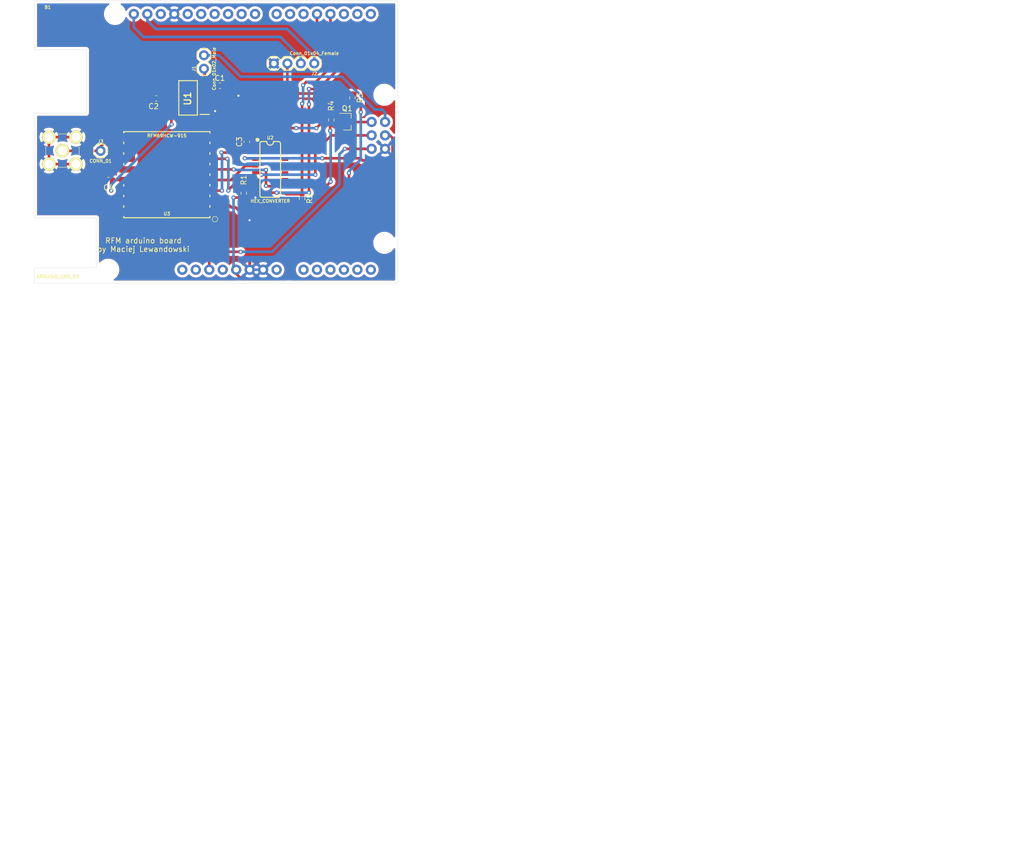
<source format=kicad_pcb>
(kicad_pcb (version 20171130) (host pcbnew "(5.1.9)-1")
  (layers (0 F.Cu signal) (31 B.Cu signal) (34 B.Paste user) (35 F.Paste user) (36 B.SilkS user) (37 F.SilkS user) (38 B.Mask user) (39 F.Mask user) (44 Edge.Cuts user))
  (net 0 "")
  (net 1 "Net-(B1-Pad3.3V)")
  (net 2 5V)
  (net 3 "Net-(B1-PadA0)")
  (net 4 "Net-(B1-PadA1)")
  (net 5 "Net-(B1-PadA2)")
  (net 6 "Net-(B1-PadA3)")
  (net 7 "Net-(B1-PadA4)")
  (net 8 "Net-(B1-PadA5)")
  (net 9 "Net-(B1-PadAREF)")
  (net 10 "Net-(B1-PadD0)")
  (net 11 "Net-(B1-PadD1)")
  (net 12 "Net-(B1-PadD2)")
  (net 13 "Net-(B1-PadD5)")
  (net 14 "Net-(B1-PadD6)")
  (net 15 "Net-(B1-PadD7)")
  (net 16 "Net-(B1-PadD8)")
  (net 17 "Net-(B1-PadD9)")
  (net 18 "Net-(B1-PadD10)")
  (net 19 "Net-(B1-PadD11)")
  (net 20 "Net-(B1-PadD12)")
  (net 21 "Net-(B1-PadD13)")
  (net 22 "Net-(B1-PadIORE)")
  (net 23 "Net-(B1-PadRESE)")
  (net 24 "Net-(B1-PadVIN)")
  (net 25 /RST_5V)
  (net 26 /CS_5V)
  (net 27 Earth)
  (net 28 /MISO_5V)
  (net 29 /MOSI_5V)
  (net 30 /SCK_5V)
  (net 31 /SCL)
  (net 32 /SDA)
  (net 33 VCC)
  (net 34 "Net-(C1-Pad1)")
  (net 35 +3V3)
  (net 36 /ANT)
  (net 37 /MISO_3V3)
  (net 38 /MOSI_3V3)
  (net 39 /SCK_3V3)
  (net 40 /RST_3V3)
  (net 41 /CS_3V3)
  (net 42 "Net-(U2-Pad11)")
  (net 43 "Net-(U2-Pad12)")
  (net 44 "Net-(U2-Pad14)")
  (net 45 "Net-(U2-Pad15)")
  (net 46 "Net-(U3-Pad7)")
  (net 47 "Net-(U3-Pad11)")
  (net 48 "Net-(U3-Pad12)")
  (net 49 "Net-(U3-Pad14)")
  (net 50 "Net-(U3-Pad15)")
  (net 51 "Net-(U3-Pad16)")
  (module "" (layer F.Cu) (at 181.5 70.5)
    (fp_text reference "" (at 124.46 107.95) (layer F.SilkS) (effects (font (size 1.27 1.27))))
    (fp_text value "" (at 124.46 107.95) (layer F.SilkS) (effects (font (size 1.27 1.27))))
  )
  (module "" (layer F.Cu) (at 155 92)
    (fp_text reference "" (at 124.46 107.95) (layer F.SilkS) (effects (font (size 1.27 1.27))))
    (fp_text value "" (at 124.46 107.95) (layer F.SilkS) (effects (font (size 1.27 1.27))))
  )
  (module "" (layer F.Cu) (at 124.46 109.22)
    (fp_text reference "" (at 124.46 107.95) (layer F.SilkS) (effects (font (size 1.27 1.27))))
    (fp_text value "" (at 124.46 107.95) (layer F.SilkS) (effects (font (size 1.27 1.27))))
  )
  (module "" (layer F.Cu) (at 124.46 107.95)
    (fp_text reference "" (at 152.4 83.82) (layer F.SilkS) (effects (font (size 1.27 1.27))))
    (fp_text value "" (at 152.4 83.82) (layer F.SilkS) (effects (font (size 1.27 1.27))))
  )
  (module Capacitor_SMD:C_0603_1608Metric (layer F.Cu) (at 154.5 73.2)
    (fp_text reference C1 (at 0 -1.43) (layer F.SilkS))
    (fp_text value 0.33uF)
    (fp_line (start -0.14058 -0.51) (end 0.14058 -0.51) (layer F.SilkS) (width 0.12))
    (fp_line (start -0.14058 0.51) (end 0.14058 0.51) (layer F.SilkS) (width 0.12))
    (pad 1 smd roundrect (at -0.775 0) (size 0.9 0.95) (layers F.Cu F.Paste F.Mask) (net 34 "Net-(C1-Pad1)"))
    (pad 2 smd roundrect (at 0.775 0) (size 0.9 0.95) (layers F.Cu F.Paste F.Mask) (net 27 Earth))
  )
  (module Capacitor_SMD:C_0603_1608Metric (layer F.Cu) (at 142.5 75.6 180)
    (fp_text reference C2 (at 0.5 -1.5) (layer F.SilkS))
    (fp_text value 0.1uF)
    (fp_line (start -0.14058 0.51) (end 0.14058 0.51) (layer F.SilkS) (width 0.12))
    (fp_line (start -0.14058 -0.51) (end 0.14058 -0.51) (layer F.SilkS) (width 0.12))
    (pad 2 smd roundrect (at 0.775 0 180) (size 0.9 0.95) (layers F.Cu F.Paste F.Mask) (net 27 Earth))
    (pad 1 smd roundrect (at -0.775 0 180) (size 0.9 0.95) (layers F.Cu F.Paste F.Mask) (net 35 +3V3))
  )
  (module Capacitor_SMD:C_0603_1608Metric (layer F.Cu) (at 159.6 83.8 90)
    (fp_text reference C3 (at 0 -1.43 90) (layer F.SilkS))
    (fp_text value 0.1uF)
    (fp_line (start -0.14058 0.51) (end 0.14058 0.51) (layer F.SilkS) (width 0.12))
    (fp_line (start -0.14058 -0.51) (end 0.14058 -0.51) (layer F.SilkS) (width 0.12))
    (pad 2 smd roundrect (at 0.775 0 90) (size 0.9 0.95) (layers F.Cu F.Paste F.Mask) (net 27 Earth))
    (pad 1 smd roundrect (at -0.775 0 90) (size 0.9 0.95) (layers F.Cu F.Paste F.Mask) (net 35 +3V3))
  )
  (module Capacitor_SMD:C_0603_1608Metric (layer F.Cu) (at 133.5 91 180)
    (fp_text reference C4 (at 0 -1.43) (layer F.SilkS))
    (fp_text value 10UF)
    (fp_line (start -0.14058 -0.51) (end 0.14058 -0.51) (layer F.SilkS) (width 0.12))
    (fp_line (start -0.14058 0.51) (end 0.14058 0.51) (layer F.SilkS) (width 0.12))
    (pad 1 smd roundrect (at -0.775 0 180) (size 0.9 0.95) (layers F.Cu F.Paste F.Mask) (net 35 +3V3))
    (pad 2 smd roundrect (at 0.775 0 180) (size 0.9 0.95) (layers F.Cu F.Paste F.Mask) (net 27 Earth))
  )
  (module Connectors:1X02 (layer F.Cu) (at 151.5 70 90)
    (fp_text reference J1 (at 0 -1.905 90) (layer F.SilkS) (effects (font (size 0.6096 0.6096) (thickness 0.127))))
    (fp_text value Conn_01x02_Male (at 0 1.905 90) (layer F.SilkS) (effects (font (size 0.6096 0.6096) (thickness 0.127))))
    (fp_line (start -0.635 -1.27) (end 0.635 -1.27) (layer F.SilkS) (width 0.2032))
    (fp_line (start 0.635 -1.27) (end 1.27 -0.635) (layer F.SilkS) (width 0.2032))
    (fp_line (start 1.27 0.635) (end 0.635 1.27) (layer F.SilkS) (width 0.2032))
    (fp_line (start 1.27 -0.635) (end 1.905 -1.27) (layer F.SilkS) (width 0.2032))
    (fp_line (start 1.905 -1.27) (end 3.175 -1.27) (layer F.SilkS) (width 0.2032))
    (fp_line (start 3.175 -1.27) (end 3.81 -0.635) (layer F.SilkS) (width 0.2032))
    (fp_line (start 3.81 0.635) (end 3.175 1.27) (layer F.SilkS) (width 0.2032))
    (fp_line (start 3.175 1.27) (end 1.905 1.27) (layer F.SilkS) (width 0.2032))
    (fp_line (start 1.905 1.27) (end 1.27 0.635) (layer F.SilkS) (width 0.2032))
    (fp_line (start -1.27 -0.635) (end -1.27 0.635) (layer F.SilkS) (width 0.2032))
    (fp_line (start -0.635 -1.27) (end -1.27 -0.635) (layer F.SilkS) (width 0.2032))
    (fp_line (start -1.27 0.635) (end -0.635 1.27) (layer F.SilkS) (width 0.2032))
    (fp_line (start 0.635 1.27) (end -0.635 1.27) (layer F.SilkS) (width 0.2032))
    (fp_line (start 3.81 -0.635) (end 3.81 0.635) (layer F.SilkS) (width 0.2032))
    (pad 1 thru_hole circle (at 0 0 90) (size 1.8796 1.8796) (drill 1.016) (layers *.Cu *.Mask) (net 34 "Net-(C1-Pad1)"))
    (pad 2 thru_hole circle (at 2.54 0 90) (size 1.8796 1.8796) (drill 1.016) (layers *.Cu *.Mask) (net 33 VCC))
  )
  (module Connectors:1X04 (layer F.Cu) (at 172.31 69 180)
    (fp_text reference J2 (at 0 -1.905) (layer F.SilkS) (effects (font (size 0.6096 0.6096) (thickness 0.127))))
    (fp_text value Conn_01x04_Female (at 0 1.905) (layer F.SilkS) (effects (font (size 0.6096 0.6096) (thickness 0.127))))
    (fp_line (start 6.985 -1.27) (end 8.255 -1.27) (layer F.SilkS) (width 0.2032))
    (fp_line (start 8.255 -1.27) (end 8.89 -0.635) (layer F.SilkS) (width 0.2032))
    (fp_line (start 8.89 0.635) (end 8.255 1.27) (layer F.SilkS) (width 0.2032))
    (fp_line (start 3.81 -0.635) (end 4.445 -1.27) (layer F.SilkS) (width 0.2032))
    (fp_line (start 4.445 -1.27) (end 5.715 -1.27) (layer F.SilkS) (width 0.2032))
    (fp_line (start 5.715 -1.27) (end 6.35 -0.635) (layer F.SilkS) (width 0.2032))
    (fp_line (start 6.35 0.635) (end 5.715 1.27) (layer F.SilkS) (width 0.2032))
    (fp_line (start 5.715 1.27) (end 4.445 1.27) (layer F.SilkS) (width 0.2032))
    (fp_line (start 4.445 1.27) (end 3.81 0.635) (layer F.SilkS) (width 0.2032))
    (fp_line (start 6.985 -1.27) (end 6.35 -0.635) (layer F.SilkS) (width 0.2032))
    (fp_line (start 6.35 0.635) (end 6.985 1.27) (layer F.SilkS) (width 0.2032))
    (fp_line (start 8.255 1.27) (end 6.985 1.27) (layer F.SilkS) (width 0.2032))
    (fp_line (start -0.635 -1.27) (end 0.635 -1.27) (layer F.SilkS) (width 0.2032))
    (fp_line (start 0.635 -1.27) (end 1.27 -0.635) (layer F.SilkS) (width 0.2032))
    (fp_line (start 1.27 0.635) (end 0.635 1.27) (layer F.SilkS) (width 0.2032))
    (fp_line (start 1.27 -0.635) (end 1.905 -1.27) (layer F.SilkS) (width 0.2032))
    (fp_line (start 1.905 -1.27) (end 3.175 -1.27) (layer F.SilkS) (width 0.2032))
    (fp_line (start 3.175 -1.27) (end 3.81 -0.635) (layer F.SilkS) (width 0.2032))
    (fp_line (start 3.81 0.635) (end 3.175 1.27) (layer F.SilkS) (width 0.2032))
    (fp_line (start 3.175 1.27) (end 1.905 1.27) (layer F.SilkS) (width 0.2032))
    (fp_line (start 1.905 1.27) (end 1.27 0.635) (layer F.SilkS) (width 0.2032))
    (fp_line (start -1.27 -0.635) (end -1.27 0.635) (layer F.SilkS) (width 0.2032))
    (fp_line (start -0.635 -1.27) (end -1.27 -0.635) (layer F.SilkS) (width 0.2032))
    (fp_line (start -1.27 0.635) (end -0.635 1.27) (layer F.SilkS) (width 0.2032))
    (fp_line (start 0.635 1.27) (end -0.635 1.27) (layer F.SilkS) (width 0.2032))
    (fp_line (start 8.89 -0.635) (end 8.89 0.635) (layer F.SilkS) (width 0.2032))
    (pad 1 thru_hole circle (at 0 0 180) (size 1.8796 1.8796) (drill 1.016) (layers *.Cu *.Mask) (net 32 /SDA))
    (pad 2 thru_hole circle (at 2.54 0 180) (size 1.8796 1.8796) (drill 1.016) (layers *.Cu *.Mask) (net 31 /SCL))
    (pad 3 thru_hole circle (at 5.08 0 180) (size 1.8796 1.8796) (drill 1.016) (layers *.Cu *.Mask) (net 2 5V))
    (pad 4 thru_hole circle (at 7.62 0 180) (size 1.8796 1.8796) (drill 1.016) (layers *.Cu *.Mask) (net 27 Earth))
  )
  (module Connectors:1X01 (layer F.Cu) (at 132 85.5)
    (fp_text reference J3 (at 0 -1.778) (layer F.SilkS) (effects (font (size 0.6096 0.6096) (thickness 0.127))))
    (fp_text value CONN_01 (at 0 1.905) (layer F.SilkS) (effects (font (size 0.6096 0.6096) (thickness 0.127))))
    (fp_line (start 1.27 -0.635) (end 0.635 -1.27) (layer F.SilkS) (width 0.2032))
    (fp_line (start 0.635 -1.27) (end -0.635 -1.27) (layer F.SilkS) (width 0.2032))
    (fp_line (start -0.635 -1.27) (end -1.27 -0.635) (layer F.SilkS) (width 0.2032))
    (fp_line (start -1.27 -0.635) (end -1.27 0.635) (layer F.SilkS) (width 0.2032))
    (fp_line (start -1.27 0.635) (end -0.635 1.27) (layer F.SilkS) (width 0.2032))
    (fp_line (start -0.635 1.27) (end 0.635 1.27) (layer F.SilkS) (width 0.2032))
    (fp_line (start 0.635 1.27) (end 1.27 0.635) (layer F.SilkS) (width 0.2032))
    (fp_line (start 1.27 0.635) (end 1.27 -0.635) (layer F.SilkS) (width 0.2032))
    (pad 1 thru_hole circle (at 0 0) (size 1.8796 1.8796) (drill 1.016) (layers *.Cu *.Mask) (net 36 /ANT))
  )
  (module 1053354-1:10533541 (layer F.Cu) (at 124.848 85.455)
    (fp_text reference J4 (at 0 0) (layer F.SilkS) (effects (font (size 1.27 1.27) (thickness 0.254))))
    (fp_text value 1053354-1 hide)
    (fp_line (start -0.788 3.15) (end 0.712 3.15) (layer F.SilkS) (width 0.1))
    (fp_line (start 3.112 -0.75) (end 3.112 0.75) (layer F.SilkS) (width 0.1))
    (fp_line (start -0.788 -3.15) (end 0.712 -3.15) (layer F.SilkS) (width 0.1))
    (fp_line (start -3.188 0.75) (end -3.188 -0.75) (layer F.SilkS) (width 0.1))
    (pad 1 thru_hole circle (at -0.038 0 90) (size 2.55 2.55) (drill 1.7) (layers *.Cu *.Mask F.SilkS) (net 36 /ANT))
    (pad 2 thru_hole circle (at -2.587 2.55 90) (size 2.55 2.55) (drill 1.7) (layers *.Cu *.Mask F.SilkS) (net 27 Earth))
    (pad 3 thru_hole circle (at 2.512 2.55 90) (size 2.55 2.55) (drill 1.7) (layers *.Cu *.Mask F.SilkS) (net 27 Earth))
    (pad 4 thru_hole circle (at 2.512 -2.55 90) (size 2.55 2.55) (drill 1.7) (layers *.Cu *.Mask F.SilkS) (net 27 Earth))
    (pad 5 thru_hole circle (at -2.587 -2.55 90) (size 2.55 2.55) (drill 1.7) (layers *.Cu *.Mask F.SilkS) (net 27 Earth))
  )
  (module Package_TO_SOT_SMD:SOT-23 (layer F.Cu) (at 178.5 80)
    (fp_text reference Q1 (at 0 -2.5) (layer F.SilkS))
    (fp_text value BSS138)
    (fp_line (start 0.76 1.58) (end 0.76 0.65) (layer F.SilkS) (width 0.12))
    (fp_line (start 0.76 -1.58) (end 0.76 -0.65) (layer F.SilkS) (width 0.12))
    (fp_line (start 0.76 -1.58) (end -1.4 -1.58) (layer F.SilkS) (width 0.12))
    (fp_line (start 0.76 1.58) (end -0.7 1.58) (layer F.SilkS) (width 0.12))
    (pad 1 smd rect (at -1 -0.95) (size 0.9 0.8) (layers F.Cu F.Paste F.Mask) (net 35 +3V3))
    (pad 2 smd rect (at -1 0.95) (size 0.9 0.8) (layers F.Cu F.Paste F.Mask) (net 37 /MISO_3V3))
    (pad 3 smd rect (at 1 0) (size 0.9 0.8) (layers F.Cu F.Paste F.Mask) (net 28 /MISO_5V))
  )
  (module Resistor_SMD:R_0603_1608Metric (layer F.Cu) (at 159 93.5 270)
    (fp_text reference R1 (at -2.5 0 90) (layer F.SilkS))
    (fp_text value 100k)
    (fp_line (start -0.237258 0.5225) (end 0.237258 0.5225) (layer F.SilkS) (width 0.12))
    (fp_line (start -0.237258 -0.5225) (end 0.237258 -0.5225) (layer F.SilkS) (width 0.12))
    (pad 2 smd roundrect (at 0.825 0 270) (size 0.8 0.95) (layers F.Cu F.Paste F.Mask) (net 2 5V))
    (pad 1 smd roundrect (at -0.825 0 270) (size 0.8 0.95) (layers F.Cu F.Paste F.Mask) (net 25 /RST_5V))
  )
  (module Resistor_SMD:R_0603_1608Metric (layer F.Cu) (at 170 94.5 270)
    (fp_text reference R2 (at 0 -1.43 90) (layer F.SilkS))
    (fp_text value 100k)
    (fp_line (start -0.237258 -0.5225) (end 0.237258 -0.5225) (layer F.SilkS) (width 0.12))
    (fp_line (start -0.237258 0.5225) (end 0.237258 0.5225) (layer F.SilkS) (width 0.12))
    (pad 1 smd roundrect (at -0.825 0 270) (size 0.8 0.95) (layers F.Cu F.Paste F.Mask) (net 26 /CS_5V))
    (pad 2 smd roundrect (at 0.825 0 270) (size 0.8 0.95) (layers F.Cu F.Paste F.Mask) (net 2 5V))
  )
  (module Resistor_SMD:R_0603_1608Metric (layer F.Cu) (at 179.5 75.5 270)
    (fp_text reference R3 (at 0 -1.43 90) (layer F.SilkS))
    (fp_text value 10k)
    (fp_line (start -0.237258 -0.5225) (end 0.237258 -0.5225) (layer F.SilkS) (width 0.12))
    (fp_line (start -0.237258 0.5225) (end 0.237258 0.5225) (layer F.SilkS) (width 0.12))
    (pad 1 smd roundrect (at -0.825 0 270) (size 0.8 0.95) (layers F.Cu F.Paste F.Mask) (net 2 5V))
    (pad 2 smd roundrect (at 0.825 0 270) (size 0.8 0.95) (layers F.Cu F.Paste F.Mask) (net 28 /MISO_5V))
  )
  (module Resistor_SMD:R_0603_1608Metric (layer F.Cu) (at 175.5 79.675 270)
    (fp_text reference R4 (at -2.675 0 90) (layer F.SilkS))
    (fp_text value 10k)
    (fp_line (start -0.237258 0.5225) (end 0.237258 0.5225) (layer F.SilkS) (width 0.12))
    (fp_line (start -0.237258 -0.5225) (end 0.237258 -0.5225) (layer F.SilkS) (width 0.12))
    (pad 2 smd roundrect (at 0.825 0 270) (size 0.8 0.95) (layers F.Cu F.Paste F.Mask) (net 37 /MISO_3V3))
    (pad 1 smd roundrect (at -0.825 0 270) (size 0.8 0.95) (layers F.Cu F.Paste F.Mask) (net 35 +3V3))
  )
  (module LM1117IMP-ADJ_NOPB:SOT230P700X180-4N (layer F.Cu) (at 148.5 75.5 180)
    (fp_text reference U1 (at 0.0762 -0.1524 90) (layer F.SilkS) (effects (font (size 1.27 1.27) (thickness 0.254))))
    (fp_text value LM1117-3.3 hide)
    (fp_line (start -4.025 -3.125) (end -2.275 -3.125) (layer F.SilkS) (width 0.2))
    (fp_line (start -1.75 3.25) (end -1.75 -3.25) (layer F.SilkS) (width 0.2))
    (fp_line (start 1.75 3.25) (end -1.75 3.25) (layer F.SilkS) (width 0.2))
    (fp_line (start 1.75 -3.25) (end 1.75 3.25) (layer F.SilkS) (width 0.2))
    (fp_line (start -1.75 -3.25) (end 1.75 -3.25) (layer F.SilkS) (width 0.2))
    (pad 1 smd rect (at -3.15 -2.3 270) (size 0.95 1.75) (layers F.Cu F.Paste F.Mask) (net 27 Earth))
    (pad 2 smd rect (at -3.15 0 270) (size 0.95 1.75) (layers F.Cu F.Paste F.Mask) (net 35 +3V3))
    (pad 3 smd rect (at -3.15 2.3 270) (size 0.95 1.75) (layers F.Cu F.Paste F.Mask) (net 34 "Net-(C1-Pad1)"))
    (pad 2 smd rect (at 3.15 0 180) (size 1.75 3.2) (layers F.Cu B.Adhes F.Paste F.Mask) (net 35 +3V3))
  )
  (module Silicon-Standard:SO16 (layer F.Cu) (at 164 89 270)
    (fp_text reference U2 (at -5.969 0) (layer F.SilkS) (effects (font (size 0.6096 0.6096) (thickness 0.127))))
    (fp_text value HEX_CONVERTER (at 5.969 0) (layer F.SilkS) (effects (font (size 0.6096 0.6096) (thickness 0.127))))
    (fp_circle (center -5.588 2.413) (end -5.334 2.413) (layer F.SilkS) (width 0.254))
    (fp_circle (center -5.588 2.413) (end -5.461 2.413) (layer F.SilkS) (width 0.254))
    (fp_line (start 4.8768 -1.94564) (end -4.8768 -1.94564) (layer F.SilkS) (width 0.2032))
    (fp_line (start -4.8768 1.94564) (end 4.97586 1.94564) (layer F.SilkS) (width 0.2032))
    (fp_line (start 5.2578 1.56464) (end 5.2578 -1.56464) (layer F.SilkS) (width 0.2032))
    (fp_line (start -5.2578 -1.45034) (end -5.2578 -0.6096) (layer F.SilkS) (width 0.2032))
    (fp_line (start -5.2578 1.6637) (end -5.2578 0.6604) (layer F.SilkS) (width 0.2032))
    (fp_arc (start 4.92506 1.6129) (end 5.2578 1.56464) (angle 90) (layer F.SilkS) (width 0.2032))
    (fp_arc (start -4.826 -1.51384) (end -5.2578 -1.46304) (angle 90) (layer F.SilkS) (width 0.2032))
    (fp_arc (start 4.8768 -1.56464) (end 4.8768 -1.94564) (angle 90) (layer F.SilkS) (width 0.2032))
    (fp_arc (start -4.92506 1.61544) (end -4.8768 1.94564) (angle 90) (layer F.SilkS) (width 0.2032))
    (fp_arc (start -5.207 0.0254) (end -5.207 -0.6096) (angle 180) (layer F.SilkS) (width 0.2032))
    (pad 1 smd rect (at -4.445 2.79908 270) (size 0.59944 1.19888) (layers F.Cu F.Paste F.Mask) (net 35 +3V3))
    (pad 2 smd rect (at -3.175 2.79908 270) (size 0.59944 1.19888) (layers F.Cu F.Paste F.Mask) (net 38 /MOSI_3V3))
    (pad 3 smd rect (at -1.905 2.79908 270) (size 0.59944 1.19888) (layers F.Cu F.Paste F.Mask) (net 29 /MOSI_5V))
    (pad 4 smd rect (at -0.635 2.79908 270) (size 0.59944 1.19888) (layers F.Cu F.Paste F.Mask) (net 39 /SCK_3V3))
    (pad 5 smd rect (at 0.635 2.79908 270) (size 0.59944 1.19888) (layers F.Cu F.Paste F.Mask) (net 30 /SCK_5V))
    (pad 6 smd rect (at 1.905 2.79908 270) (size 0.59944 1.19888) (layers F.Cu F.Paste F.Mask) (net 40 /RST_3V3))
    (pad 7 smd rect (at 3.175 2.79908 270) (size 0.59944 1.19888) (layers F.Cu F.Paste F.Mask) (net 25 /RST_5V))
    (pad 8 smd rect (at 4.445 2.79908 270) (size 0.59944 1.19888) (layers F.Cu F.Paste F.Mask) (net 27 Earth))
    (pad 9 smd rect (at 4.445 -2.79908 270) (size 0.59944 1.19888) (layers F.Cu F.Paste F.Mask) (net 26 /CS_5V))
    (pad 10 smd rect (at 3.175 -2.79908 270) (size 0.59944 1.19888) (layers F.Cu F.Paste F.Mask) (net 41 /CS_3V3))
    (pad 11 smd rect (at 1.905 -2.79908 270) (size 0.59944 1.19888) (layers F.Cu F.Paste F.Mask) (net 42 "Net-(U2-Pad11)"))
    (pad 12 smd rect (at 0.635 -2.79908 270) (size 0.59944 1.19888) (layers F.Cu F.Paste F.Mask) (net 43 "Net-(U2-Pad12)"))
    (pad 13 smd rect (at -0.635 -2.79908 270) (size 0.59944 1.19888) (layers F.Cu F.Paste F.Mask))
    (pad 14 smd rect (at -1.905 -2.79908 270) (size 0.59944 1.19888) (layers F.Cu F.Paste F.Mask) (net 44 "Net-(U2-Pad14)"))
    (pad 15 smd rect (at -3.175 -2.79908 270) (size 0.59944 1.19888) (layers F.Cu F.Paste F.Mask) (net 45 "Net-(U2-Pad15)"))
    (pad 16 smd rect (at -4.445 -2.79908 270) (size 0.59944 1.19888) (layers F.Cu F.Paste F.Mask))
  )
  (module RF_Sparkfun:RFM69HCW-XXXS2 (layer F.Cu) (at 144.5 90 180)
    (fp_text reference U3 (at 0 -7.366) (layer F.SilkS) (effects (font (size 0.6096 0.6096) (thickness 0.127))))
    (fp_text value RFM69HCW-915 (at 0 7.366) (layer F.SilkS) (effects (font (size 0.6096 0.6096) (thickness 0.127))))
    (fp_line (start -8.12546 -8.12546) (end 8.12546 -8.12546) (layer F.SilkS) (width 0.2032))
    (fp_line (start 8.12546 8.12546) (end -8.12546 8.12546) (layer F.SilkS) (width 0.2032))
    (fp_line (start -8.12546 8.12546) (end -8.12546 7.85876) (layer F.SilkS) (width 0.2032))
    (fp_line (start 8.12546 7.85876) (end 8.12546 8.12546) (layer F.SilkS) (width 0.2032))
    (fp_line (start -8.12546 -5.82422) (end -8.12546 -6.15442) (layer F.SilkS) (width 0.2032))
    (fp_line (start 8.12546 -8.12546) (end 8.12546 -7.85876) (layer F.SilkS) (width 0.2032))
    (fp_line (start -8.12546 -7.85876) (end -8.12546 -8.12546) (layer F.SilkS) (width 0.2032))
    (fp_line (start -8.12546 -3.82524) (end -8.12546 -4.15544) (layer F.SilkS) (width 0.2032))
    (fp_line (start -8.12546 -1.82372) (end -8.12546 -2.15392) (layer F.SilkS) (width 0.2032))
    (fp_line (start -8.12546 0.17272) (end -8.12546 -0.15494) (layer F.SilkS) (width 0.2032))
    (fp_line (start -8.12546 2.1717) (end -8.12546 1.8415) (layer F.SilkS) (width 0.2032))
    (fp_line (start -8.12546 4.17322) (end -8.12546 3.84302) (layer F.SilkS) (width 0.2032))
    (fp_line (start -8.12546 6.1722) (end -8.12546 5.842) (layer F.SilkS) (width 0.2032))
    (fp_line (start 8.12546 5.82422) (end 8.12546 6.15442) (layer F.SilkS) (width 0.2032))
    (fp_line (start 8.12546 3.82524) (end 8.12546 4.15544) (layer F.SilkS) (width 0.2032))
    (fp_line (start 8.12546 1.82372) (end 8.12546 2.15392) (layer F.SilkS) (width 0.2032))
    (fp_line (start 8.12546 -0.17272) (end 8.12546 0.15494) (layer F.SilkS) (width 0.2032))
    (fp_line (start 8.12546 -2.1717) (end 8.12546 -1.8415) (layer F.SilkS) (width 0.2032))
    (fp_line (start 8.12546 -4.17322) (end 8.12546 -3.84302) (layer F.SilkS) (width 0.2032))
    (fp_line (start 8.12546 -6.1722) (end 8.12546 -5.842) (layer F.SilkS) (width 0.2032))
    (fp_circle (center -9.08812 -8.38962) (end -9.08812 -8.89762) (layer F.SilkS) (width 0.1))
    (pad 1 smd rect (at -7.49808 -6.9977 180) (size 2.99974 1.19888) (layers F.Cu F.Paste F.Mask) (net 27 Earth))
    (pad 2 smd rect (at -7.49808 -4.99872 180) (size 2.99974 1.19888) (layers F.Cu F.Paste F.Mask) (net 37 /MISO_3V3))
    (pad 3 smd rect (at -7.49808 -2.99974 180) (size 2.99974 1.19888) (layers F.Cu F.Paste F.Mask) (net 38 /MOSI_3V3))
    (pad 4 smd rect (at -7.49808 -0.99822 180) (size 2.99974 1.19888) (layers F.Cu F.Paste F.Mask) (net 39 /SCK_3V3))
    (pad 5 smd rect (at -7.49808 0.99822 180) (size 2.99974 1.19888) (layers F.Cu F.Paste F.Mask) (net 41 /CS_3V3))
    (pad 6 smd rect (at -7.49808 2.99974 180) (size 2.99974 1.19888) (layers F.Cu F.Paste F.Mask) (net 40 /RST_3V3))
    (pad 7 smd rect (at -7.49808 4.99872 180) (size 2.99974 1.19888) (layers F.Cu F.Paste F.Mask) (net 46 "Net-(U3-Pad7)"))
    (pad 8 smd rect (at -7.49808 6.9977 180) (size 2.99974 1.19888) (layers F.Cu F.Paste F.Mask) (net 27 Earth))
    (pad 9 smd rect (at 7.49808 6.9977 180) (size 2.99974 1.19888) (layers F.Cu F.Paste F.Mask) (net 36 /ANT))
    (pad 10 smd rect (at 7.49808 4.99872 180) (size 2.99974 1.19888) (layers F.Cu F.Paste F.Mask) (net 27 Earth))
    (pad 11 smd rect (at 7.49808 2.99974 180) (size 2.99974 1.19888) (layers F.Cu F.Paste F.Mask) (net 47 "Net-(U3-Pad11)"))
    (pad 12 smd rect (at 7.49808 0.99822 180) (size 2.99974 1.19888) (layers F.Cu F.Paste F.Mask) (net 48 "Net-(U3-Pad12)"))
    (pad 13 smd rect (at 7.49808 -0.99822 180) (size 2.99974 1.19888) (layers F.Cu F.Paste F.Mask) (net 35 +3V3))
    (pad 14 smd rect (at 7.49808 -2.99974 180) (size 2.99974 1.19888) (layers F.Cu F.Paste F.Mask) (net 49 "Net-(U3-Pad14)"))
    (pad 15 smd rect (at 7.49808 -4.99872 180) (size 2.99974 1.19888) (layers F.Cu F.Paste F.Mask) (net 50 "Net-(U3-Pad15)"))
    (pad 16 smd rect (at 7.49808 -6.9977 180) (size 2.99974 1.19888) (layers F.Cu F.Paste F.Mask) (net 51 "Net-(U3-Pad16)"))
  )
  (module Boards:ARDUINO_R3 (layer F.Cu) (at 152.5 83.8)
    (fp_text reference B1 (at -30.48 -25.4) (layer F.SilkS) (effects (font (size 0.6096 0.6096) (thickness 0.127))))
    (fp_text value ARDUINO_UNO_R3 (at -28.548 25.42) (layer F.SilkS) (effects (font (size 0.6096 0.6096) (thickness 0.127))))
    (pad 3.3V thru_hole circle (at 2.54 24.13) (size 1.9304 1.9304) (drill 1.016) (layers *.Cu *.Mask) (net 1 "Net-(B1-Pad3.3V)"))
    (pad 5V thru_hole circle (at 5.08 24.13) (size 1.9304 1.9304) (drill 1.016) (layers *.Cu *.Mask) (net 2 5V))
    (pad A0 thru_hole circle (at 17.78 24.13) (size 1.9304 1.9304) (drill 1.016) (layers *.Cu *.Mask) (net 3 "Net-(B1-PadA0)"))
    (pad A1 thru_hole circle (at 20.32 24.13) (size 1.9304 1.9304) (drill 1.016) (layers *.Cu *.Mask) (net 4 "Net-(B1-PadA1)"))
    (pad A2 thru_hole circle (at 22.86 24.13) (size 1.9304 1.9304) (drill 1.016) (layers *.Cu *.Mask) (net 5 "Net-(B1-PadA2)"))
    (pad A3 thru_hole circle (at 25.4 24.13) (size 1.9304 1.9304) (drill 1.016) (layers *.Cu *.Mask) (net 6 "Net-(B1-PadA3)"))
    (pad A4 thru_hole circle (at 27.94 24.13) (size 1.9304 1.9304) (drill 1.016) (layers *.Cu *.Mask) (net 7 "Net-(B1-PadA4)"))
    (pad A5 thru_hole circle (at 30.48 24.13) (size 1.9304 1.9304) (drill 1.016) (layers *.Cu *.Mask) (net 8 "Net-(B1-PadA5)"))
    (pad AREF thru_hole circle (at -9.144 -24.13) (size 1.9304 1.9304) (drill 1.016) (layers *.Cu *.Mask) (net 9 "Net-(B1-PadAREF)"))
    (pad D0 thru_hole circle (at 30.48 -24.13) (size 1.9304 1.9304) (drill 1.016) (layers *.Cu *.Mask) (net 10 "Net-(B1-PadD0)"))
    (pad D1 thru_hole circle (at 27.94 -24.13) (size 1.9304 1.9304) (drill 1.016) (layers *.Cu *.Mask) (net 11 "Net-(B1-PadD1)"))
    (pad D2 thru_hole circle (at 25.4 -24.13) (size 1.9304 1.9304) (drill 1.016) (layers *.Cu *.Mask) (net 12 "Net-(B1-PadD2)"))
    (pad D3 thru_hole circle (at 22.86 -24.13) (size 1.9304 1.9304) (drill 1.016) (layers *.Cu *.Mask) (net 25 /RST_5V))
    (pad D4 thru_hole circle (at 20.32 -24.13) (size 1.9304 1.9304) (drill 1.016) (layers *.Cu *.Mask) (net 26 /CS_5V))
    (pad D5 thru_hole circle (at 17.78 -24.13) (size 1.9304 1.9304) (drill 1.016) (layers *.Cu *.Mask) (net 13 "Net-(B1-PadD5)"))
    (pad D6 thru_hole circle (at 15.24 -24.13) (size 1.9304 1.9304) (drill 1.016) (layers *.Cu *.Mask) (net 14 "Net-(B1-PadD6)"))
    (pad D7 thru_hole circle (at 12.7 -24.13) (size 1.9304 1.9304) (drill 1.016) (layers *.Cu *.Mask) (net 15 "Net-(B1-PadD7)"))
    (pad D8 thru_hole circle (at 8.636 -24.13) (size 1.9304 1.9304) (drill 1.016) (layers *.Cu *.Mask) (net 16 "Net-(B1-PadD8)"))
    (pad D9 thru_hole circle (at 6.096 -24.13) (size 1.9304 1.9304) (drill 1.016) (layers *.Cu *.Mask) (net 17 "Net-(B1-PadD9)"))
    (pad D10 thru_hole circle (at 3.556 -24.13) (size 1.9304 1.9304) (drill 1.016) (layers *.Cu *.Mask) (net 18 "Net-(B1-PadD10)"))
    (pad D11 thru_hole circle (at 1.016 -24.13) (size 1.9304 1.9304) (drill 1.016) (layers *.Cu *.Mask) (net 19 "Net-(B1-PadD11)"))
    (pad D12 thru_hole circle (at -1.524 -24.13) (size 1.9304 1.9304) (drill 1.016) (layers *.Cu *.Mask) (net 20 "Net-(B1-PadD12)"))
    (pad D13 thru_hole circle (at -4.064 -24.13) (size 1.9304 1.9304) (drill 1.016) (layers *.Cu *.Mask) (net 21 "Net-(B1-PadD13)"))
    (pad GND@ thru_hole circle (at 7.62 24.13) (size 1.9304 1.9304) (drill 1.016) (layers *.Cu *.Mask) (net 27 Earth))
    (pad GND@ thru_hole circle (at 10.16 24.13) (size 1.9304 1.9304) (drill 1.016) (layers *.Cu *.Mask) (net 27 Earth))
    (pad GND@ thru_hole circle (at -6.604 -24.13) (size 1.9304 1.9304) (drill 1.016) (layers *.Cu *.Mask) (net 27 Earth))
    (pad GND@ thru_hole circle (at 33.1597 1.31826) (size 1.9304 1.9304) (drill 1.016) (layers *.Cu *.Mask) (net 27 Earth))
    (pad IORE thru_hole circle (at -2.54 24.13) (size 1.9304 1.9304) (drill 1.016) (layers *.Cu *.Mask) (net 22 "Net-(B1-PadIORE)"))
    (pad MISO thru_hole circle (at 30.6197 -3.7592) (size 1.9304 1.9304) (drill 1.016) (layers *.Cu *.Mask) (net 28 /MISO_5V))
    (pad MOSI thru_hole circle (at 33.1597 -1.2192) (size 1.9304 1.9304) (drill 1.016) (layers *.Cu *.Mask) (net 29 /MOSI_5V))
    (pad NC thru_hole circle (at -5.08 24.13) (size 1.9304 1.9304) (drill 1.016) (layers *.Cu *.Mask))
    (pad RESE thru_hole circle (at 0 24.13) (size 1.9304 1.9304) (drill 1.016) (layers *.Cu *.Mask) (net 23 "Net-(B1-PadRESE)"))
    (pad RESE thru_hole circle (at 30.6197 1.31826) (size 1.9304 1.9304) (drill 1.016) (layers *.Cu *.Mask) (net 23 "Net-(B1-PadRESE)"))
    (pad SCK thru_hole circle (at 30.6197 -1.2192) (size 1.9304 1.9304) (drill 1.016) (layers *.Cu *.Mask) (net 30 /SCK_5V))
    (pad SCL thru_hole circle (at -14.224 -24.13) (size 1.9304 1.9304) (drill 1.016) (layers *.Cu *.Mask) (net 31 /SCL))
    (pad SDA thru_hole circle (at -11.684 -24.13) (size 1.9304 1.9304) (drill 1.016) (layers *.Cu *.Mask) (net 32 /SDA))
    (pad VCC thru_hole circle (at 33.1597 -3.7592) (size 1.9304 1.9304) (drill 1.016) (layers *.Cu *.Mask) (net 33 VCC))
    (pad VIN thru_hole circle (at 12.7 24.13) (size 1.9304 1.9304) (drill 1.016) (layers *.Cu *.Mask) (net 24 "Net-(B1-PadVIN)"))
    (pad "" np_thru_hole circle (at -17.78 -24.13) (size 3.175 3.175) (drill 3.175) (layers *.Cu *.Mask))
    (pad "" np_thru_hole circle (at 33.02 -8.89) (size 3.175 3.175) (drill 3.175) (layers *.Cu *.Mask))
    (pad "" np_thru_hole circle (at 33.02 19.05) (size 3.175 3.175) (drill 3.175) (layers *.Cu *.Mask))
    (pad "" np_thru_hole circle (at -19.05 24.13) (size 3.175 3.175) (drill 3.175) (layers *.Cu *.Mask))
  )
  (gr_text "RFM arduino board\nby Maciej Lewandowski" (at 140.081 103.251) (layer F.SilkS) (effects (font (size 1 1))))
  (gr_line (start 119.507 66.421) (end 119.507 57.15) (layer Edge.Cuts) (width 0.05))
  (gr_line (start 129.286 66.421) (end 119.507 66.421) (layer Edge.Cuts) (width 0.05))
  (gr_line (start 129.286 78.359) (end 129.286 66.421) (layer Edge.Cuts) (width 0.05))
  (gr_line (start 119.507 78.359) (end 129.286 78.359) (layer Edge.Cuts) (width 0.05))
  (gr_line (start 119.507 98.171) (end 119.507 78.359) (layer Edge.Cuts) (width 0.05))
  (gr_line (start 131.191 98.171) (end 119.507 98.171) (layer Edge.Cuts) (width 0.05))
  (gr_line (start 131.191 107.569) (end 131.191 98.171) (layer Edge.Cuts) (width 0.05))
  (gr_line (start 119.507 107.569) (end 131.191 107.569) (layer Edge.Cuts) (width 0.05))
  (gr_line (start 119.507 110.49) (end 119.507 107.569) (layer Edge.Cuts) (width 0.05))
  (gr_line (start 188.087 110.49) (end 119.507 110.49) (layer Edge.Cuts) (width 0.05))
  (gr_line (start 188.087 57.15) (end 188.087 110.49) (layer Edge.Cuts) (width 0.05))
  (gr_line (start 185.547 57.15) (end 188.087 57.15) (layer Edge.Cuts) (width 0.05))
  (gr_line (start 119.507 57.15) (end 185.547 57.15) (layer Edge.Cuts) (width 0.05))
  (segment (start 179.5 74.675) (end 169.475 74.675) (width 0.5) (layer F.Cu) (net 2))
  (segment (start 167.23 72.43) (end 167.23 69) (width 0.5) (layer F.Cu) (net 2))
  (segment (start 169.475 74.675) (end 167.23 72.43) (width 0.5) (layer F.Cu) (net 2))
  (segment (start 160 95.325) (end 159 94.325) (width 0.5) (layer F.Cu) (net 2))
  (segment (start 170 95.325) (end 160 95.325) (width 0.5) (layer F.Cu) (net 2))
  (segment (start 159 94.325) (end 157.075 94.325) (width 0.5) (layer F.Cu) (net 2))
  (via (at 157.075 94.325) (size 0.8) (drill 0.4) (layers F.Cu B.Cu) (net 2))
  (segment (start 157.075 107.425) (end 157.58 107.93) (width 0.5) (layer B.Cu) (net 2))
  (segment (start 157.075 94.325) (end 157.075 107.425) (width 0.5) (layer B.Cu) (net 2))
  (segment (start 179.5 74.675) (end 180.575 74.675) (width 0.5) (layer F.Cu) (net 2))
  (via (at 181.0766 78.2066) (size 0.8) (drill 0.4) (layers F.Cu B.Cu) (net 2))
  (segment (start 181.0766 76.2516) (end 181.0766 78.2066) (width 0.5) (layer F.Cu) (net 2))
  (segment (start 179.5 74.675) (end 181.0766 76.2516) (width 0.5) (layer F.Cu) (net 2))
  (segment (start 181.0766 78.2066) (end 181.0766 87.122) (width 0.5) (layer B.Cu) (net 2))
  (via (at 178.8414 89.6874) (size 0.8) (drill 0.4) (layers F.Cu B.Cu) (net 2))
  (segment (start 178.8414 89.3572) (end 178.8414 89.6874) (width 0.5) (layer B.Cu) (net 2))
  (segment (start 181.0766 87.122) (end 178.8414 89.3572) (width 0.5) (layer B.Cu) (net 2))
  (segment (start 178.8414 89.6874) (end 178.8414 94.8436) (width 0.5) (layer F.Cu) (net 2))
  (segment (start 178.8414 94.8436) (end 167.7924 105.8926) (width 0.5) (layer F.Cu) (net 2))
  (segment (start 167.7924 105.8926) (end 167.7924 108.8136) (width 0.5) (layer F.Cu) (net 2))
  (segment (start 167.7924 108.8136) (end 166.9034 109.7026) (width 0.5) (layer F.Cu) (net 2))
  (segment (start 166.9034 109.7026) (end 158.5976 109.7026) (width 0.5) (layer F.Cu) (net 2))
  (segment (start 157.58 108.685) (end 157.58 107.93) (width 0.5) (layer F.Cu) (net 2))
  (segment (start 158.5976 109.7026) (end 157.58 108.685) (width 0.5) (layer F.Cu) (net 2))
  (segment (start 183.1197 85.11826) (end 178.05686 85.11826) (width 0.5) (layer F.Cu) (net 23))
  (via (at 178.05686 85.11826) (size 0.8) (drill 0.4) (layers F.Cu B.Cu) (net 23))
  (segment (start 178.05686 85.11826) (end 177.04372 86.1314) (width 0.5) (layer B.Cu) (net 23))
  (segment (start 177.04372 86.1314) (end 177.04372 91.86608) (width 0.5) (layer B.Cu) (net 23))
  (segment (start 177.04372 91.86608) (end 164.3634 104.5464) (width 0.5) (layer B.Cu) (net 23))
  (via (at 158.4198 104.5464) (size 0.8) (drill 0.4) (layers F.Cu B.Cu) (net 23))
  (segment (start 164.3634 104.5464) (end 158.4198 104.5464) (width 0.5) (layer B.Cu) (net 23))
  (segment (start 158.4198 104.5464) (end 153.6192 104.5464) (width 0.5) (layer F.Cu) (net 23))
  (segment (start 152.5 105.6656) (end 152.5 107.93) (width 0.5) (layer F.Cu) (net 23))
  (segment (start 153.6192 104.5464) (end 152.5 105.6656) (width 0.5) (layer F.Cu) (net 23))
  (segment (start 159.5 92.175) (end 159 92.675) (width 0.5) (layer F.Cu) (net 25))
  (segment (start 161.20092 92.175) (end 159.5 92.175) (width 0.5) (layer F.Cu) (net 25))
  (segment (start 161.640082 92.175) (end 162.865082 93.4) (width 0.5) (layer F.Cu) (net 25))
  (segment (start 161.20092 92.175) (end 161.640082 92.175) (width 0.5) (layer F.Cu) (net 25))
  (via (at 165.2 93.4) (size 0.8) (drill 0.4) (layers F.Cu B.Cu) (net 25))
  (segment (start 162.865082 93.4) (end 165.2 93.4) (width 0.5) (layer F.Cu) (net 25))
  (via (at 171.3 93.4) (size 0.8) (drill 0.4) (layers F.Cu B.Cu) (net 25))
  (segment (start 165.2 93.4) (end 171.3 93.4) (width 0.5) (layer B.Cu) (net 25))
  (segment (start 171.3 93.4) (end 171.3 76.7) (width 0.5) (layer F.Cu) (net 25))
  (via (at 171.3 76.7) (size 0.8) (drill 0.4) (layers F.Cu B.Cu) (net 25))
  (segment (start 171.3 76.7) (end 171.3 74) (width 0.5) (layer B.Cu) (net 25))
  (via (at 171.3 73.825) (size 0.8) (drill 0.4) (layers F.Cu B.Cu) (net 25))
  (segment (start 171.3 74) (end 171.3 73.825) (width 0.5) (layer B.Cu) (net 25))
  (segment (start 175.36 61.56) (end 175.36 59.67) (width 0.5) (layer F.Cu) (net 25))
  (segment (start 177.3 63.5) (end 175.36 61.56) (width 0.5) (layer F.Cu) (net 25))
  (segment (start 177.3 69.6) (end 177.3 63.5) (width 0.5) (layer F.Cu) (net 25))
  (segment (start 173.075 73.825) (end 177.3 69.6) (width 0.5) (layer F.Cu) (net 25))
  (segment (start 171.3 73.825) (end 173.075 73.825) (width 0.5) (layer F.Cu) (net 25))
  (segment (start 167.02908 93.675) (end 166.79908 93.445) (width 0.5) (layer F.Cu) (net 26))
  (segment (start 170 93.675) (end 167.02908 93.675) (width 0.5) (layer F.Cu) (net 26))
  (segment (start 170 93.675) (end 170 76.6) (width 0.5) (layer F.Cu) (net 26))
  (via (at 170 76.6) (size 0.8) (drill 0.4) (layers F.Cu B.Cu) (net 26))
  (segment (start 172.82 59.67) (end 172.82 64.92) (width 0.5) (layer F.Cu) (net 26))
  (segment (start 172.82 64.92) (end 175.2 67.3) (width 0.5) (layer F.Cu) (net 26))
  (via (at 170.2 73.1) (size 0.8) (drill 0.4) (layers F.Cu B.Cu) (net 26))
  (segment (start 170.2 76.4) (end 170 76.6) (width 0.5) (layer B.Cu) (net 26))
  (segment (start 170.2 73.1) (end 170.2 76.4) (width 0.5) (layer B.Cu) (net 26))
  (segment (start 175.2 67.3) (end 175.2 69.9) (width 0.5) (layer F.Cu) (net 26))
  (segment (start 170.2 73.1) (end 170.8 72.5) (width 0.5) (layer F.Cu) (net 26))
  (segment (start 172.6 72.5) (end 175.2 69.9) (width 0.5) (layer F.Cu) (net 26))
  (segment (start 170.8 72.5) (end 172.6 72.5) (width 0.5) (layer F.Cu) (net 26))
  (segment (start 130.355 91) (end 127.36 88.005) (width 0.5) (layer F.Cu) (net 27))
  (segment (start 132.725 91) (end 130.355 91) (width 0.5) (layer F.Cu) (net 27))
  (segment (start 127.36 88.005) (end 122.261 88.005) (width 0.5) (layer F.Cu) (net 27))
  (segment (start 122.261 88.005) (end 122.261 82.905) (width 0.5) (layer F.Cu) (net 27))
  (segment (start 122.261 82.905) (end 127.36 82.905) (width 0.5) (layer F.Cu) (net 27))
  (segment (start 137.00192 85.00128) (end 135.90128 85.00128) (width 0.5) (layer F.Cu) (net 27))
  (segment (start 129.165 81.1) (end 127.36 82.905) (width 0.5) (layer F.Cu) (net 27))
  (segment (start 139.5 81.1) (end 129.165 81.1) (width 0.5) (layer F.Cu) (net 27))
  (segment (start 140.8 82.4) (end 139.5 81.1) (width 0.5) (layer F.Cu) (net 27))
  (segment (start 140.8 84.3) (end 140.8 82.4) (width 0.5) (layer F.Cu) (net 27))
  (segment (start 140.09872 85.00128) (end 140.8 84.3) (width 0.5) (layer F.Cu) (net 27))
  (segment (start 137.00192 85.00128) (end 140.09872 85.00128) (width 0.5) (layer F.Cu) (net 27))
  (segment (start 135.00205 85.00128) (end 133.9 86.10333) (width 0.5) (layer F.Cu) (net 27))
  (segment (start 137.00192 85.00128) (end 135.00205 85.00128) (width 0.5) (layer F.Cu) (net 27))
  (segment (start 133.9 89.825) (end 132.725 91) (width 0.5) (layer F.Cu) (net 27))
  (segment (start 133.9 86.10333) (end 133.9 89.825) (width 0.5) (layer F.Cu) (net 27))
  (segment (start 141.725 78.875) (end 139.5 81.1) (width 0.5) (layer F.Cu) (net 27))
  (segment (start 141.725 75.6) (end 141.725 78.875) (width 0.5) (layer F.Cu) (net 27))
  (segment (start 151.65 82.65422) (end 151.99808 83.0023) (width 0.5) (layer F.Cu) (net 27))
  (segment (start 151.65 77.8) (end 151.65 82.65422) (width 0.5) (layer F.Cu) (net 27))
  (segment (start 160.49 73.2) (end 164.69 69) (width 0.5) (layer F.Cu) (net 27))
  (segment (start 155.275 73.2) (end 160.49 73.2) (width 0.5) (layer F.Cu) (net 27))
  (segment (start 155.275 73.2) (end 155.275 67.875) (width 0.5) (layer F.Cu) (net 27))
  (segment (start 155.275 67.875) (end 150.3 62.9) (width 0.5) (layer F.Cu) (net 27))
  (segment (start 149.126 62.9) (end 145.896 59.67) (width 0.5) (layer F.Cu) (net 27))
  (segment (start 150.3 62.9) (end 149.126 62.9) (width 0.5) (layer F.Cu) (net 27))
  (via (at 158 75.1) (size 0.8) (drill 0.4) (layers F.Cu B.Cu) (net 27))
  (segment (start 159.9 73.2) (end 158 75.1) (width 0.5) (layer F.Cu) (net 27))
  (segment (start 160.49 73.2) (end 159.9 73.2) (width 0.5) (layer F.Cu) (net 27))
  (segment (start 158 75.1) (end 155.1 78) (width 0.5) (layer B.Cu) (net 27))
  (via (at 153.6 78) (size 0.8) (drill 0.4) (layers F.Cu B.Cu) (net 27))
  (segment (start 155.1 78) (end 153.6 78) (width 0.5) (layer B.Cu) (net 27))
  (segment (start 151.85 78) (end 151.65 77.8) (width 0.5) (layer F.Cu) (net 27))
  (segment (start 153.6 78) (end 151.85 78) (width 0.5) (layer F.Cu) (net 27))
  (segment (start 159.6 76.7) (end 158 75.1) (width 0.5) (layer F.Cu) (net 27))
  (segment (start 159.6 83.025) (end 159.6 76.7) (width 0.5) (layer F.Cu) (net 27))
  (segment (start 162.84796 107.93) (end 162.66 107.93) (width 0.5) (layer B.Cu) (net 27))
  (segment (start 185.6597 85.11826) (end 162.84796 107.93) (width 0.5) (layer B.Cu) (net 27))
  (segment (start 160.12 107.93) (end 162.66 107.93) (width 0.5) (layer B.Cu) (net 27))
  (segment (start 161.20092 94.29908) (end 161.2 94.3) (width 0.5) (layer F.Cu) (net 27))
  (via (at 161.2 94.3) (size 0.8) (drill 0.4) (layers F.Cu B.Cu) (net 27))
  (segment (start 161.20092 93.445) (end 161.20092 94.29908) (width 0.5) (layer F.Cu) (net 27))
  (segment (start 161.2 94.3) (end 160.12 95.38) (width 0.5) (layer B.Cu) (net 27))
  (segment (start 151.39578 82.4) (end 151.99808 83.0023) (width 0.5) (layer F.Cu) (net 27))
  (segment (start 140.8 82.4) (end 151.39578 82.4) (width 0.5) (layer F.Cu) (net 27))
  (segment (start 149.99821 83.0023) (end 148.9 84.10051) (width 0.5) (layer F.Cu) (net 27))
  (segment (start 151.99808 83.0023) (end 149.99821 83.0023) (width 0.5) (layer F.Cu) (net 27))
  (segment (start 151.087748 96.9977) (end 151.99808 96.9977) (width 0.5) (layer F.Cu) (net 27))
  (segment (start 148.9 94.809952) (end 151.087748 96.9977) (width 0.5) (layer F.Cu) (net 27))
  (segment (start 148.9 84.10051) (end 148.9 94.809952) (width 0.5) (layer F.Cu) (net 27))
  (segment (start 151.99808 96.9977) (end 155.9977 96.9977) (width 0.5) (layer F.Cu) (net 27))
  (segment (start 160.12 101.12) (end 160.12 107.93) (width 0.5) (layer F.Cu) (net 27))
  (segment (start 155.9977 96.9977) (end 160.12 101.12) (width 0.5) (layer F.Cu) (net 27))
  (via (at 160.0962 98.6028) (size 0.8) (drill 0.4) (layers F.Cu B.Cu) (net 27))
  (segment (start 160.12 98.6266) (end 160.0962 98.6028) (width 0.5) (layer F.Cu) (net 27))
  (segment (start 160.12 101.12) (end 160.12 98.6266) (width 0.5) (layer F.Cu) (net 27))
  (segment (start 160.0962 95.4038) (end 160.12 95.38) (width 0.5) (layer B.Cu) (net 27))
  (segment (start 160.0962 98.6028) (end 160.0962 95.4038) (width 0.5) (layer B.Cu) (net 27))
  (segment (start 179.5608 80.0608) (end 179.5 80) (width 0.5) (layer F.Cu) (net 28))
  (segment (start 183.0197 80.0608) (end 179.5608 80.0608) (width 0.5) (layer F.Cu) (net 28))
  (segment (start 179.5 80) (end 179.5 76.325) (width 0.5) (layer F.Cu) (net 28))
  (segment (start 185.6597 82.5808) (end 186.5808 82.5808) (width 0.5) (layer B.Cu) (net 29))
  (segment (start 185.6597 82.5808) (end 186.5808 82.5808) (width 0.5) (layer F.Cu) (net 29))
  (segment (start 186.5808 82.5808) (end 187.074901 83.074901) (width 0.5) (layer F.Cu) (net 29))
  (via (at 173.8 86.9) (size 0.8) (drill 0.4) (layers F.Cu B.Cu) (net 29))
  (segment (start 174 86.9) (end 173.8 86.9) (width 0.5) (layer F.Cu) (net 29))
  (via (at 159.2 86.9) (size 0.8) (drill 0.4) (layers F.Cu B.Cu) (net 29))
  (segment (start 173.8 86.9) (end 159.2 86.9) (width 0.5) (layer B.Cu) (net 29))
  (segment (start 161.00592 86.9) (end 161.20092 87.095) (width 0.5) (layer F.Cu) (net 29))
  (segment (start 159.2 86.9) (end 161.00592 86.9) (width 0.5) (layer F.Cu) (net 29))
  (segment (start 173.8 86.9) (end 181 86.9) (width 0.5) (layer F.Cu) (net 29))
  (segment (start 181 86.9) (end 181.4 87.3) (width 0.5) (layer F.Cu) (net 29))
  (segment (start 187.074901 86.125099) (end 187.074901 83.074901) (width 0.5) (layer F.Cu) (net 29))
  (segment (start 185.9 87.3) (end 187.074901 86.125099) (width 0.5) (layer F.Cu) (net 29))
  (segment (start 181.4 87.3) (end 185.9 87.3) (width 0.5) (layer F.Cu) (net 29))
  (via (at 162.35 90) (size 0.8) (drill 0.4) (layers F.Cu B.Cu) (net 30))
  (segment (start 161.985 89.635) (end 162.35 90) (width 0.5) (layer F.Cu) (net 30))
  (segment (start 161.20092 89.635) (end 161.985 89.635) (width 0.5) (layer F.Cu) (net 30))
  (segment (start 162.35 90) (end 169.9 90) (width 0.5) (layer B.Cu) (net 30))
  (via (at 172.5 90) (size 0.8) (drill 0.4) (layers F.Cu B.Cu) (net 30))
  (segment (start 169.9 90) (end 172.5 90) (width 0.5) (layer B.Cu) (net 30))
  (segment (start 172.5 90) (end 172.5 85.6) (width 0.5) (layer F.Cu) (net 30))
  (segment (start 175.5192 82.5808) (end 183.1197 82.5808) (width 0.5) (layer F.Cu) (net 30))
  (segment (start 172.5 85.6) (end 175.5192 82.5808) (width 0.5) (layer F.Cu) (net 30))
  (segment (start 169.77 69) (end 169.77 67.83) (width 0.5) (layer B.Cu) (net 31))
  (segment (start 169.77 67.83) (end 165.94 64) (width 0.5) (layer B.Cu) (net 31))
  (segment (start 165.94 64) (end 140.1 64) (width 0.5) (layer B.Cu) (net 31))
  (segment (start 138.276 62.176) (end 138.276 59.67) (width 0.5) (layer B.Cu) (net 31))
  (segment (start 140.1 64) (end 138.276 62.176) (width 0.5) (layer B.Cu) (net 31))
  (segment (start 172.31 69) (end 172.31 67.61) (width 0.5) (layer B.Cu) (net 32))
  (segment (start 167.2 62.5) (end 142.4 62.5) (width 0.5) (layer B.Cu) (net 32))
  (segment (start 172.31 67.61) (end 167.2 62.5) (width 0.5) (layer B.Cu) (net 32))
  (segment (start 140.816 60.916) (end 140.816 59.67) (width 0.5) (layer B.Cu) (net 32))
  (segment (start 142.4 62.5) (end 140.816 60.916) (width 0.5) (layer B.Cu) (net 32))
  (segment (start 185.6597 80.0408) (end 185.6597 78.2597) (width 0.5) (layer B.Cu) (net 33))
  (segment (start 151.5 67.46) (end 154.36 67.46) (width 0.5) (layer B.Cu) (net 33))
  (segment (start 154.36 67.46) (end 158.4 71.5) (width 0.5) (layer B.Cu) (net 33))
  (segment (start 158.4 71.5) (end 177.5 71.5) (width 0.5) (layer B.Cu) (net 33))
  (segment (start 177.5 71.5) (end 183.7 77.7) (width 0.5) (layer B.Cu) (net 33))
  (segment (start 185.1 77.7) (end 185.6597 78.2597) (width 0.5) (layer B.Cu) (net 33))
  (segment (start 183.7 77.7) (end 185.1 77.7) (width 0.5) (layer B.Cu) (net 33))
  (segment (start 153.725 73.2) (end 151.65 73.2) (width 0.5) (layer F.Cu) (net 34))
  (segment (start 151.65 70.15) (end 151.5 70) (width 0.5) (layer F.Cu) (net 34))
  (segment (start 151.65 73.2) (end 151.65 70.15) (width 0.5) (layer F.Cu) (net 34))
  (segment (start 134.27678 90.99822) (end 134.275 91) (width 0.5) (layer F.Cu) (net 35))
  (segment (start 137.00192 90.99822) (end 134.27678 90.99822) (width 0.5) (layer F.Cu) (net 35))
  (segment (start 143.375 75.5) (end 143.275 75.6) (width 0.5) (layer F.Cu) (net 35))
  (segment (start 145.35 75.5) (end 143.375 75.5) (width 0.5) (layer F.Cu) (net 35))
  (segment (start 151.65 75.5) (end 145.35 75.5) (width 0.5) (layer F.Cu) (net 35))
  (segment (start 175.7 79.05) (end 175.5 78.85) (width 0.5) (layer F.Cu) (net 35))
  (segment (start 177.5 79.05) (end 175.7 79.05) (width 0.5) (layer F.Cu) (net 35))
  (segment (start 159.62 84.555) (end 159.6 84.575) (width 0.5) (layer F.Cu) (net 35))
  (segment (start 161.20092 84.555) (end 159.62 84.555) (width 0.5) (layer F.Cu) (net 35))
  (via (at 145.4 80.5) (size 0.8) (drill 0.4) (layers F.Cu B.Cu) (net 35))
  (segment (start 145.35 80.45) (end 145.4 80.5) (width 0.5) (layer F.Cu) (net 35))
  (segment (start 145.35 75.5) (end 145.35 80.45) (width 0.5) (layer F.Cu) (net 35))
  (via (at 134 93) (size 0.8) (drill 0.4) (layers F.Cu B.Cu) (net 35))
  (segment (start 134 91.9) (end 134 93) (width 0.5) (layer B.Cu) (net 35))
  (segment (start 145.4 80.5) (end 134 91.9) (width 0.5) (layer B.Cu) (net 35))
  (segment (start 134 91.275) (end 134.275 91) (width 0.5) (layer F.Cu) (net 35))
  (segment (start 134 93) (end 134 91.275) (width 0.5) (layer F.Cu) (net 35))
  (via (at 172.7 81.2) (size 0.8) (drill 0.4) (layers F.Cu B.Cu) (net 35))
  (segment (start 175.05 78.85) (end 172.7 81.2) (width 0.5) (layer F.Cu) (net 35))
  (segment (start 175.5 78.85) (end 175.05 78.85) (width 0.5) (layer F.Cu) (net 35))
  (segment (start 172.7 81.2) (end 168.9 81.2) (width 0.5) (layer B.Cu) (net 35))
  (via (at 168.9 81.2) (size 0.8) (drill 0.4) (layers F.Cu B.Cu) (net 35))
  (segment (start 161.20092 84.555) (end 162.545 84.555) (width 0.5) (layer F.Cu) (net 35))
  (segment (start 165.9 81.2) (end 168.9 81.2) (width 0.5) (layer F.Cu) (net 35))
  (segment (start 162.545 84.555) (end 165.9 81.2) (width 0.5) (layer F.Cu) (net 35))
  (segment (start 154.6 75.5) (end 151.65 75.5) (width 0.5) (layer F.Cu) (net 35))
  (segment (start 155.5 76.4) (end 154.6 75.5) (width 0.5) (layer F.Cu) (net 35))
  (segment (start 155.5 82.8) (end 155.5 76.4) (width 0.5) (layer F.Cu) (net 35))
  (segment (start 157.275 84.575) (end 155.5 82.8) (width 0.5) (layer F.Cu) (net 35))
  (segment (start 159.6 84.575) (end 157.275 84.575) (width 0.5) (layer F.Cu) (net 35))
  (segment (start 124.855 85.5) (end 124.81 85.455) (width 0.5) (layer F.Cu) (net 36))
  (segment (start 132 85.5) (end 124.855 85.5) (width 0.5) (layer F.Cu) (net 36))
  (segment (start 137.00192 83.0023) (end 133.6977 83.0023) (width 0.5) (layer F.Cu) (net 36))
  (segment (start 132 84.7) (end 132 85.5) (width 0.5) (layer F.Cu) (net 36))
  (segment (start 133.6977 83.0023) (end 132 84.7) (width 0.5) (layer F.Cu) (net 36))
  (segment (start 175.95 80.95) (end 175.5 80.5) (width 0.5) (layer F.Cu) (net 37))
  (segment (start 177.5 80.95) (end 175.95 80.95) (width 0.5) (layer F.Cu) (net 37))
  (segment (start 151.99808 94.99872) (end 155.49872 94.99872) (width 0.5) (layer F.Cu) (net 37))
  (segment (start 156.67501 96.17501) (end 157.47501 96.17501) (width 0.5) (layer F.Cu) (net 37))
  (segment (start 155.49872 94.99872) (end 156.67501 96.17501) (width 0.5) (layer F.Cu) (net 37))
  (segment (start 157.47501 96.17501) (end 158.4 97.1) (width 0.5) (layer F.Cu) (net 37))
  (segment (start 169.619254 97.1) (end 175.4 91.319254) (width 0.5) (layer F.Cu) (net 37))
  (segment (start 158.4 97.1) (end 169.619254 97.1) (width 0.5) (layer F.Cu) (net 37))
  (via (at 175.4 91.319254) (size 0.8) (drill 0.4) (layers F.Cu B.Cu) (net 37))
  (via (at 175.3 81.7) (size 0.8) (drill 0.4) (layers F.Cu B.Cu) (net 37))
  (segment (start 175.4 81.8) (end 175.3 81.7) (width 0.5) (layer B.Cu) (net 37))
  (segment (start 175.4 91.319254) (end 175.4 81.8) (width 0.5) (layer B.Cu) (net 37))
  (segment (start 175.3 80.7) (end 175.5 80.5) (width 0.5) (layer F.Cu) (net 37))
  (segment (start 175.3 81.7) (end 175.3 80.7) (width 0.5) (layer F.Cu) (net 37))
  (via (at 154.9 92.99974) (size 0.8) (drill 0.4) (layers F.Cu B.Cu) (net 38))
  (via (at 154.8 85.8) (size 0.8) (drill 0.4) (layers F.Cu B.Cu) (net 38))
  (segment (start 157.525 85.825) (end 157.5 85.8) (width 0.5) (layer F.Cu) (net 38))
  (segment (start 161.20092 85.825) (end 157.525 85.825) (width 0.5) (layer F.Cu) (net 38))
  (segment (start 154.9 85.8) (end 154.9 92.89948) (width 0.5) (layer B.Cu) (net 38))
  (segment (start 154.9 92.99974) (end 151.99808 92.99974) (width 0.5) (layer F.Cu) (net 38))
  (segment (start 154.825 85.825) (end 154.8 85.8) (width 0.5) (layer F.Cu) (net 38))
  (segment (start 157.525 85.825) (end 154.825 85.825) (width 0.5) (layer F.Cu) (net 38))
  (segment (start 159.235 88.365) (end 161.20092 88.365) (width 0.5) (layer F.Cu) (net 39))
  (segment (start 156.60178 90.99822) (end 159.235 88.365) (width 0.5) (layer F.Cu) (net 39))
  (segment (start 151.99808 90.99822) (end 156.60178 90.99822) (width 0.5) (layer F.Cu) (net 39))
  (via (at 155.9 87) (size 0.8) (drill 0.4) (layers F.Cu B.Cu) (net 40))
  (segment (start 161.20092 90.905) (end 158.095 90.905) (width 0.5) (layer F.Cu) (net 40))
  (via (at 156.1 93) (size 0.8) (drill 0.4) (layers F.Cu B.Cu) (net 40))
  (segment (start 156.1 92.9) (end 156.1 93) (width 0.5) (layer F.Cu) (net 40))
  (segment (start 158.095 90.905) (end 156.1 92.9) (width 0.5) (layer F.Cu) (net 40))
  (segment (start 156.1 87.2) (end 155.9 87) (width 0.5) (layer B.Cu) (net 40))
  (segment (start 156.1 93) (end 156.1 87.2) (width 0.5) (layer B.Cu) (net 40))
  (segment (start 155.89974 87.00026) (end 155.9 87) (width 0.5) (layer F.Cu) (net 40))
  (segment (start 151.99808 87.00026) (end 155.89974 87.00026) (width 0.5) (layer F.Cu) (net 40))
  (via (at 163.2 92.1) (size 0.8) (drill 0.4) (layers F.Cu B.Cu) (net 41))
  (segment (start 163.275 92.175) (end 163.2 92.1) (width 0.5) (layer F.Cu) (net 41))
  (segment (start 166.79908 92.175) (end 163.275 92.175) (width 0.5) (layer F.Cu) (net 41))
  (segment (start 163.2 92.1) (end 163.2 89.1) (width 0.5) (layer F.Cu) (net 41))
  (via (at 163.2 89.1) (size 0.8) (drill 0.4) (layers F.Cu B.Cu) (net 41))
  (segment (start 163.2 89.1) (end 157.1 89.1) (width 0.5) (layer B.Cu) (net 41))
  (via (at 157.1 89) (size 0.8) (drill 0.4) (layers F.Cu B.Cu) (net 41))
  (segment (start 157.1 89.1) (end 157.1 89) (width 0.5) (layer B.Cu) (net 41))
  (segment (start 151.99986 89) (end 151.99808 89.00178) (width 0.5) (layer F.Cu) (net 41))
  (segment (start 157.1 89) (end 151.99986 89) (width 0.5) (layer F.Cu) (net 41))
  (zone (net 27) (net_name Earth) (layer F.Cu) (connect_pads (clearance 0.508)) (min_thickness 0.254) (fill yes (arc_segments 32) (thermal_gap 0.508) (thermal_bridge_width 0.508))
    (polygon (pts (xy 187.579 57.658) (xy 187.579 110.109) (xy 119.888 110.236) (xy 119.634 110.363) (xy 119.634 107.696) (xy 131.318 107.696) (xy 131.318 98.044) (xy 119.634 98.044) (xy 119.761 78.613) (xy 129.54 78.613) (xy 129.54 66.04) (xy 119.634 66.04) (xy 119.634 57.531)))
  )
  (zone (net 27) (net_name Earth) (layer B.Cu) (connect_pads (clearance 0.508)) (min_thickness 0.254) (fill yes (arc_segments 32) (thermal_gap 0.508) (thermal_bridge_width 0.508))
    (polygon (pts (xy 187.579 57.658) (xy 187.579 110.109) (xy 119.634 110.236) (xy 119.634 107.696) (xy 131.191 107.696) (xy 131.318 98.044) (xy 119.634 98.044) (xy 119.761 78.613) (xy 129.54 78.613) (xy 129.54 66.04) (xy 119.634 66.04) (xy 119.634 57.531)))
  )
)
</source>
